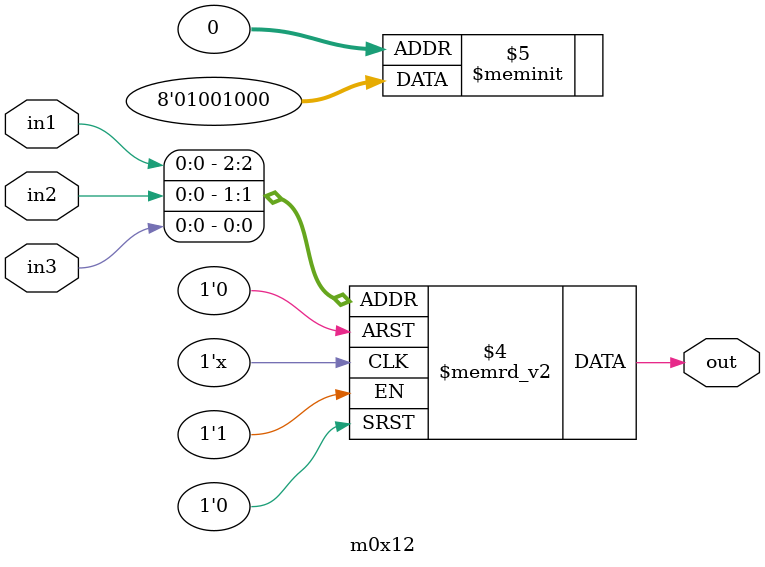
<source format=v>
module m0x12(output out, input in1, in2, in3);

   always @(in1, in2, in3)
     begin
        case({in1, in2, in3})
          3'b000: {out} = 1'b0;
          3'b001: {out} = 1'b0;
          3'b010: {out} = 1'b0;
          3'b011: {out} = 1'b1;
          3'b100: {out} = 1'b0;
          3'b101: {out} = 1'b0;
          3'b110: {out} = 1'b1;
          3'b111: {out} = 1'b0;
        endcase // case ({in1, in2, in3})
     end // always @ (in1, in2, in3)

endmodule // m0x12
</source>
